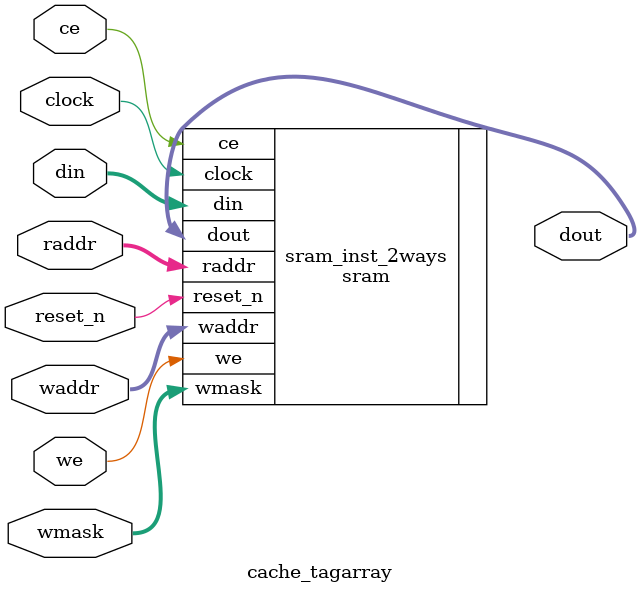
<source format=v>

module cache_tagarray #(parameter DATA_WIDTH = 38,  // Width of data
                       parameter ADDR_WIDTH = 9   // Width of address bus (512 sets => 9 bits)
                      ) (
    input wire clock,                                 // Clock signal
    input wire reset_n,                             // Active low reset
    input wire we,                                  // Write enable
    input wire ce,                                  // Chip enable
    input wire [ADDR_WIDTH-1:0] waddr,              // Write address input
    input wire [ADDR_WIDTH-1:0] raddr,              // Read address input
    input wire [DATA_WIDTH-1:0] din,                // Data input
    input wire [DATA_WIDTH-1:0] wmask,              // Write mask
    output wire [DATA_WIDTH-1:0] dout               // Data output
);

    // Instantiate a single SRAM for the dcache_tagarray
    sram #(
        .DATA_WIDTH(DATA_WIDTH),
        .ADDR_WIDTH(ADDR_WIDTH)
    ) sram_inst_2ways (
        .clock(clock),
        .reset_n(reset_n),  
        .ce(ce),
        .we(we),
        .waddr(waddr),
        .raddr(raddr),
        .din(din),
        .wmask(wmask),
        .dout(dout)
    );

endmodule
</source>
